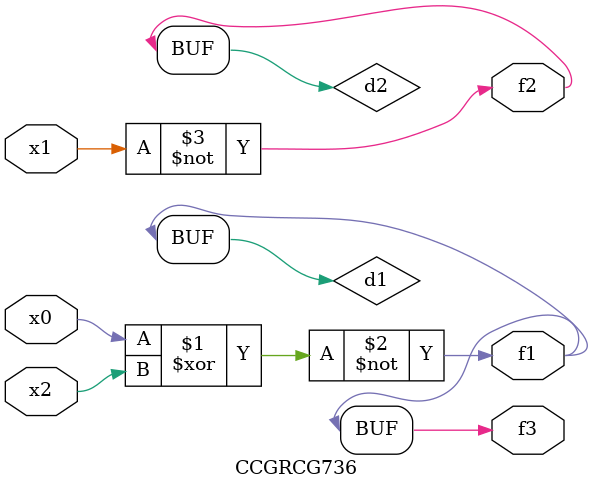
<source format=v>
module CCGRCG736(
	input x0, x1, x2,
	output f1, f2, f3
);

	wire d1, d2, d3;

	xnor (d1, x0, x2);
	nand (d2, x1);
	nor (d3, x1, x2);
	assign f1 = d1;
	assign f2 = d2;
	assign f3 = d1;
endmodule

</source>
